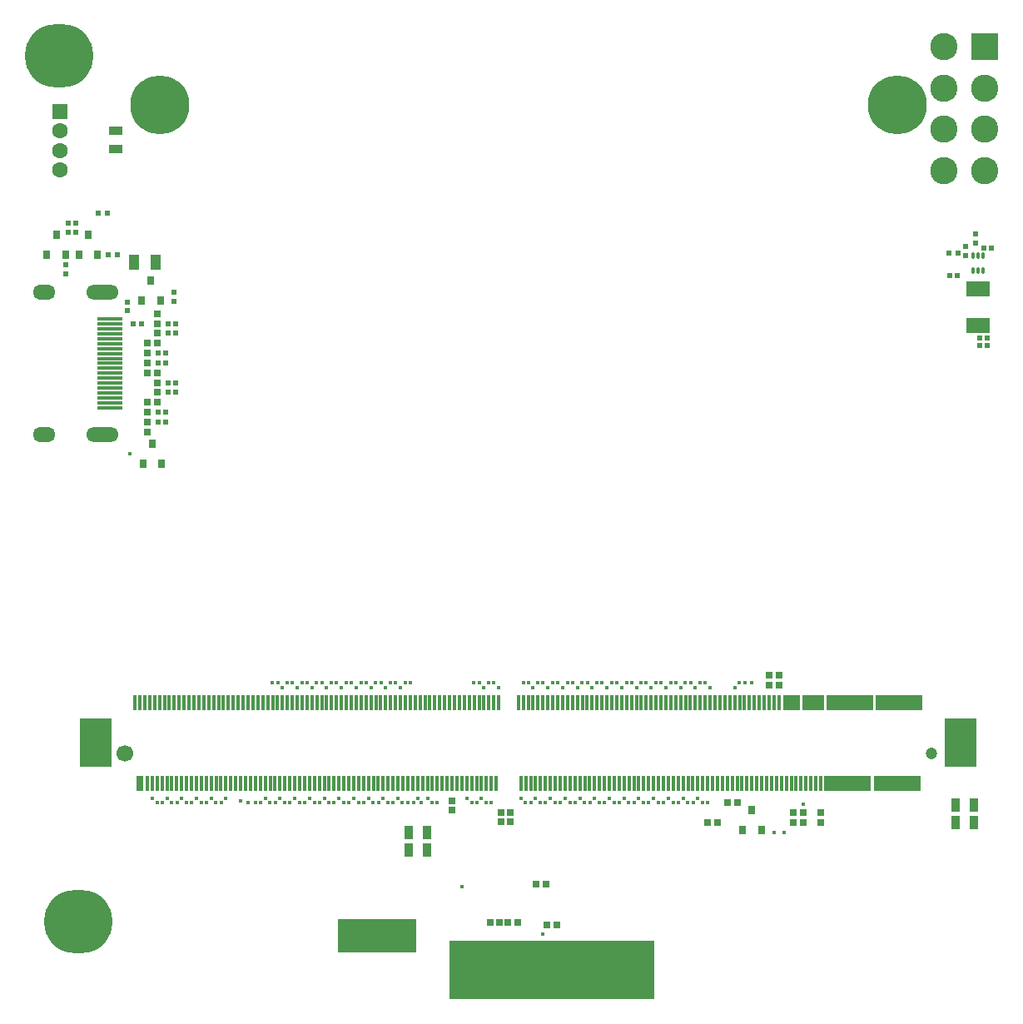
<source format=gts>
G04*
G04 #@! TF.GenerationSoftware,Altium Limited,Altium Designer,21.5.1 (32)*
G04*
G04 Layer_Color=8388736*
%FSLAX25Y25*%
%MOIN*%
G70*
G04*
G04 #@! TF.SameCoordinates,D26129CB-67A6-4236-8345-823BA6B4C65A*
G04*
G04*
G04 #@! TF.FilePolarity,Negative*
G04*
G01*
G75*
%ADD16R,0.81890X0.23524*%
%ADD17R,0.31496X0.13583*%
%ADD18C,0.01575*%
%ADD19R,0.05512X0.03740*%
%ADD20R,0.03150X0.03543*%
%ADD21R,0.09449X0.05906*%
%ADD22R,0.02047X0.02205*%
%ADD23R,0.02205X0.02047*%
G04:AMPARAMS|DCode=24|XSize=26.38mil|YSize=11.81mil|CornerRadius=1.95mil|HoleSize=0mil|Usage=FLASHONLY|Rotation=90.000|XOffset=0mil|YOffset=0mil|HoleType=Round|Shape=RoundedRectangle|*
%AMROUNDEDRECTD24*
21,1,0.02638,0.00791,0,0,90.0*
21,1,0.02248,0.01181,0,0,90.0*
1,1,0.00390,0.00396,0.01124*
1,1,0.00390,0.00396,-0.01124*
1,1,0.00390,-0.00396,-0.01124*
1,1,0.00390,-0.00396,0.01124*
%
%ADD24ROUNDEDRECTD24*%
%ADD25R,0.02254X0.02237*%
%ADD26R,0.02237X0.02254*%
%ADD27R,0.01181X0.05906*%
%ADD28R,0.18898X0.05906*%
%ADD29R,0.03150X0.05906*%
%ADD30R,0.12992X0.19685*%
%ADD31R,0.07087X0.05906*%
%ADD32R,0.09055X0.05906*%
%ADD33R,0.02631X0.02648*%
%ADD34R,0.02648X0.02631*%
%ADD35R,0.03937X0.05906*%
%ADD36R,0.02756X0.16535*%
%ADD37R,0.02756X0.12598*%
%ADD38R,0.10236X0.01181*%
%ADD39R,0.03740X0.05512*%
%ADD40C,0.04724*%
%ADD41C,0.06693*%
%ADD42R,0.06299X0.06299*%
%ADD43C,0.06299*%
%ADD44O,0.09055X0.05906*%
%ADD45O,0.12992X0.05906*%
%ADD46C,0.10925*%
%ADD47R,0.10925X0.10925*%
%ADD48O,0.27559X0.25197*%
%ADD49C,0.23622*%
%ADD50C,0.01772*%
D16*
X217126Y10778D02*
D03*
D17*
X147047Y24508D02*
D03*
D18*
X95578Y77872D02*
D03*
X167323Y79724D02*
D03*
X164961Y77756D02*
D03*
X171313D02*
D03*
X169238D02*
D03*
X155512Y79724D02*
D03*
X163386D02*
D03*
X161811Y77756D02*
D03*
X157087D02*
D03*
X159449D02*
D03*
X105262Y125787D02*
D03*
X107337D02*
D03*
X57087Y79724D02*
D03*
X92531Y78485D02*
D03*
X195866Y123819D02*
D03*
X193951Y125787D02*
D03*
X191876D02*
D03*
X189961Y123819D02*
D03*
X188045Y125787D02*
D03*
X185970D02*
D03*
X209646Y123819D02*
D03*
X207730Y125787D02*
D03*
X205656D02*
D03*
X215551Y123819D02*
D03*
X213636Y125787D02*
D03*
X211561D02*
D03*
X221457Y123819D02*
D03*
X219541Y125787D02*
D03*
X217466D02*
D03*
X227362Y123819D02*
D03*
X225447Y125787D02*
D03*
X223372D02*
D03*
X233268Y123819D02*
D03*
X231352Y125787D02*
D03*
X229278D02*
D03*
X239173Y123819D02*
D03*
X237258Y125787D02*
D03*
X235183D02*
D03*
X245079Y123819D02*
D03*
X243163Y125787D02*
D03*
X241089D02*
D03*
X250984Y123819D02*
D03*
X249069Y125787D02*
D03*
X246994D02*
D03*
X256890Y123819D02*
D03*
X254974Y125787D02*
D03*
X252900D02*
D03*
X262795Y123819D02*
D03*
X260880Y125787D02*
D03*
X258805D02*
D03*
X268701Y123819D02*
D03*
X266785Y125787D02*
D03*
X264711D02*
D03*
X274606Y123819D02*
D03*
X272691Y125787D02*
D03*
X270616D02*
D03*
X280512Y123819D02*
D03*
X278596Y125787D02*
D03*
X276522D02*
D03*
X275590Y79724D02*
D03*
X277506Y77756D02*
D03*
X279581D02*
D03*
X269685Y79724D02*
D03*
X271600Y77756D02*
D03*
X273675D02*
D03*
X263779Y79724D02*
D03*
X265695Y77756D02*
D03*
X267770D02*
D03*
X257874Y79724D02*
D03*
X259789Y77756D02*
D03*
X261864D02*
D03*
X251969Y79724D02*
D03*
X253884Y77756D02*
D03*
X255959D02*
D03*
X246063Y79724D02*
D03*
X247978Y77756D02*
D03*
X250053D02*
D03*
X240158Y79724D02*
D03*
X242073Y77756D02*
D03*
X244148D02*
D03*
X234252Y79724D02*
D03*
X236167Y77756D02*
D03*
X238242D02*
D03*
X228346Y79724D02*
D03*
X230262Y77756D02*
D03*
X232337D02*
D03*
X222441Y79724D02*
D03*
X224356Y77756D02*
D03*
X226431D02*
D03*
X216535Y79724D02*
D03*
X218451Y77756D02*
D03*
X220526D02*
D03*
X210630Y79724D02*
D03*
X212545Y77756D02*
D03*
X214620D02*
D03*
X204724Y79724D02*
D03*
X206640Y77756D02*
D03*
X208715D02*
D03*
X137795Y79724D02*
D03*
X192966Y77756D02*
D03*
X190892D02*
D03*
X188976Y79724D02*
D03*
X184986Y77756D02*
D03*
X187061D02*
D03*
X290354Y123819D02*
D03*
X292270Y125787D02*
D03*
X294344D02*
D03*
X134789D02*
D03*
X136864D02*
D03*
X140695D02*
D03*
X142770D02*
D03*
X146600D02*
D03*
X148675D02*
D03*
X152506D02*
D03*
X154581D02*
D03*
X160486D02*
D03*
X158411D02*
D03*
X130959D02*
D03*
X128884D02*
D03*
X125053D02*
D03*
X122978D02*
D03*
X119148D02*
D03*
X117073D02*
D03*
X113242D02*
D03*
X111167D02*
D03*
X151522Y77756D02*
D03*
X153596D02*
D03*
X145616D02*
D03*
X147691D02*
D03*
X139711D02*
D03*
X141785D02*
D03*
X133805D02*
D03*
X135880D02*
D03*
X129974D02*
D03*
X127900D02*
D03*
X124069D02*
D03*
X121994D02*
D03*
X118163D02*
D03*
X116089D02*
D03*
X112258D02*
D03*
X110183D02*
D03*
X106352D02*
D03*
X104278D02*
D03*
X98372D02*
D03*
X100447D02*
D03*
X59002D02*
D03*
X61077D02*
D03*
X64907D02*
D03*
X66982D02*
D03*
X70813D02*
D03*
X72888D02*
D03*
X76718D02*
D03*
X78793D02*
D03*
X84699D02*
D03*
X82624D02*
D03*
X102362Y79724D02*
D03*
X108268D02*
D03*
X114173D02*
D03*
X120079D02*
D03*
X125984D02*
D03*
X131890D02*
D03*
X297244Y125787D02*
D03*
X126969Y123819D02*
D03*
X121063D02*
D03*
X115157D02*
D03*
X109252D02*
D03*
X132874D02*
D03*
X138779D02*
D03*
X143701Y79724D02*
D03*
X149606D02*
D03*
X156496Y123819D02*
D03*
X150591D02*
D03*
X144685D02*
D03*
X213331Y25142D02*
D03*
X86614Y79724D02*
D03*
X80709D02*
D03*
X74803D02*
D03*
X68898D02*
D03*
X62992D02*
D03*
X310294Y66052D02*
D03*
X181102Y44291D02*
D03*
X317931Y77369D02*
D03*
D19*
X42520Y339472D02*
D03*
Y346756D02*
D03*
D20*
X53346Y213583D02*
D03*
X60827D02*
D03*
X57087Y221457D02*
D03*
X297244Y74803D02*
D03*
X300984Y66929D02*
D03*
X293504D02*
D03*
X18701Y305118D02*
D03*
X22441Y297244D02*
D03*
X14961D02*
D03*
X52906Y278976D02*
D03*
X60386D02*
D03*
X56646Y286850D02*
D03*
X27756Y297244D02*
D03*
X35236D02*
D03*
X31496Y305118D02*
D03*
D21*
X387795Y283465D02*
D03*
Y268898D02*
D03*
D22*
X391344Y260855D02*
D03*
Y263926D02*
D03*
X388391Y260855D02*
D03*
Y263926D02*
D03*
D23*
X379488Y288976D02*
D03*
X376417D02*
D03*
X390197Y299803D02*
D03*
X393268D02*
D03*
X62559Y230323D02*
D03*
X59488D02*
D03*
X62559Y234244D02*
D03*
X59488D02*
D03*
X66496Y246055D02*
D03*
X63425D02*
D03*
X66496Y242134D02*
D03*
X63425D02*
D03*
X62559Y257866D02*
D03*
X59488D02*
D03*
X62559Y253945D02*
D03*
X59488D02*
D03*
X66496Y269677D02*
D03*
X63425D02*
D03*
X66496Y265756D02*
D03*
X63425D02*
D03*
D24*
X385827Y296811D02*
D03*
X387795D02*
D03*
X389764D02*
D03*
Y290984D02*
D03*
X387795D02*
D03*
X385827D02*
D03*
D25*
X382874Y297039D02*
D03*
Y300599D02*
D03*
X386811Y301960D02*
D03*
Y305520D02*
D03*
X47244Y278355D02*
D03*
Y274795D02*
D03*
X65945Y278732D02*
D03*
Y282292D02*
D03*
X26575Y309851D02*
D03*
Y306291D02*
D03*
X23622Y309851D02*
D03*
Y306291D02*
D03*
X22638Y289559D02*
D03*
Y293119D02*
D03*
D26*
X379733Y297835D02*
D03*
X376173D02*
D03*
X43119Y297244D02*
D03*
X39559D02*
D03*
X52961Y269685D02*
D03*
X49401D02*
D03*
X38993Y313976D02*
D03*
X35433D02*
D03*
D27*
X308071Y117913D02*
D03*
X318898Y85630D02*
D03*
X312992D02*
D03*
X307087D02*
D03*
X306102Y117913D02*
D03*
X305118Y85630D02*
D03*
X304134Y117913D02*
D03*
X303150Y85630D02*
D03*
X302165Y117913D02*
D03*
X301181Y85630D02*
D03*
X300197Y117913D02*
D03*
X299213Y85630D02*
D03*
X298228Y117913D02*
D03*
X297244Y85630D02*
D03*
X296260Y117913D02*
D03*
X295276Y85630D02*
D03*
X294291Y117913D02*
D03*
X293307Y85630D02*
D03*
X292323Y117913D02*
D03*
X291339Y85630D02*
D03*
X290354Y117913D02*
D03*
X289370Y85630D02*
D03*
X288386Y117913D02*
D03*
X287402Y85630D02*
D03*
X286417Y117913D02*
D03*
X285433Y85630D02*
D03*
X284449Y117913D02*
D03*
X283465Y85630D02*
D03*
X282480Y117913D02*
D03*
X281496Y85630D02*
D03*
X280512Y117913D02*
D03*
X279528Y85630D02*
D03*
X278543Y117913D02*
D03*
X277559Y85630D02*
D03*
X276575Y117913D02*
D03*
X275590Y85630D02*
D03*
X274606Y117913D02*
D03*
X273622Y85630D02*
D03*
X272638Y117913D02*
D03*
X271654Y85630D02*
D03*
X270669Y117913D02*
D03*
X269685Y85630D02*
D03*
X268701Y117913D02*
D03*
X267717Y85630D02*
D03*
X266732Y117913D02*
D03*
X265748Y85630D02*
D03*
X264764Y117913D02*
D03*
X263779Y85630D02*
D03*
X262795Y117913D02*
D03*
X261811Y85630D02*
D03*
X260827Y117913D02*
D03*
X259842Y85630D02*
D03*
X258858Y117913D02*
D03*
X257874Y85630D02*
D03*
X256890Y117913D02*
D03*
X255906Y85630D02*
D03*
X254921Y117913D02*
D03*
X253937Y85630D02*
D03*
X252953Y117913D02*
D03*
X251969Y85630D02*
D03*
X250984Y117913D02*
D03*
X250000Y85630D02*
D03*
X249016Y117913D02*
D03*
X248031Y85630D02*
D03*
X247047Y117913D02*
D03*
X246063Y85630D02*
D03*
X245079Y117913D02*
D03*
X244094Y85630D02*
D03*
X243110Y117913D02*
D03*
X242126Y85630D02*
D03*
X241142Y117913D02*
D03*
X240158Y85630D02*
D03*
X239173Y117913D02*
D03*
X238189Y85630D02*
D03*
X237205Y117913D02*
D03*
X236221Y85630D02*
D03*
X235236Y117913D02*
D03*
X234252Y85630D02*
D03*
X233268Y117913D02*
D03*
X232283Y85630D02*
D03*
X231299Y117913D02*
D03*
X230315Y85630D02*
D03*
X229331Y117913D02*
D03*
X228346Y85630D02*
D03*
X227362Y117913D02*
D03*
X226378Y85630D02*
D03*
X225394Y117913D02*
D03*
X224410Y85630D02*
D03*
X223425Y117913D02*
D03*
X222441Y85630D02*
D03*
X221457Y117913D02*
D03*
X220472Y85630D02*
D03*
X219488Y117913D02*
D03*
X218504Y85630D02*
D03*
X217520Y117913D02*
D03*
X216535Y85630D02*
D03*
X215551Y117913D02*
D03*
X214567Y85630D02*
D03*
X213583Y117913D02*
D03*
X212598Y85630D02*
D03*
X211614Y117913D02*
D03*
X210630Y85630D02*
D03*
X209646Y117913D02*
D03*
X208661Y85630D02*
D03*
X207677Y117913D02*
D03*
X206693Y85630D02*
D03*
X205709Y117913D02*
D03*
X204724Y85630D02*
D03*
X203740Y117913D02*
D03*
X195866D02*
D03*
X194882Y85630D02*
D03*
X193898Y117913D02*
D03*
X192913Y85630D02*
D03*
X191929Y117913D02*
D03*
X190945Y85630D02*
D03*
X189961Y117913D02*
D03*
X188976Y85630D02*
D03*
X187992Y117913D02*
D03*
X187008Y85630D02*
D03*
X186024Y117913D02*
D03*
X185039Y85630D02*
D03*
X184055Y117913D02*
D03*
X183071Y85630D02*
D03*
X182087Y117913D02*
D03*
X181102Y85630D02*
D03*
X180118Y117913D02*
D03*
X179134Y85630D02*
D03*
X178150Y117913D02*
D03*
X177165Y85630D02*
D03*
X176181Y117913D02*
D03*
X175197Y85630D02*
D03*
X174213Y117913D02*
D03*
X173228Y85630D02*
D03*
X172244Y117913D02*
D03*
X171260Y85630D02*
D03*
X170276Y117913D02*
D03*
X169291Y85630D02*
D03*
X168307Y117913D02*
D03*
X167323Y85630D02*
D03*
X166339Y117913D02*
D03*
X165354Y85630D02*
D03*
X164370Y117913D02*
D03*
X163386Y85630D02*
D03*
X162402Y117913D02*
D03*
X161417Y85630D02*
D03*
X160433Y117913D02*
D03*
X159449Y85630D02*
D03*
X158465Y117913D02*
D03*
X157480Y85630D02*
D03*
X156496Y117913D02*
D03*
X155512Y85630D02*
D03*
X154528Y117913D02*
D03*
X153543Y85630D02*
D03*
X152559Y117913D02*
D03*
X151575Y85630D02*
D03*
X150591Y117913D02*
D03*
X149606Y85630D02*
D03*
X148622Y117913D02*
D03*
X147638Y85630D02*
D03*
X146653Y117913D02*
D03*
X145669Y85630D02*
D03*
X144685Y117913D02*
D03*
X143701Y85630D02*
D03*
X142717Y117913D02*
D03*
X141732Y85630D02*
D03*
X140748Y117913D02*
D03*
X139764Y85630D02*
D03*
X138779Y117913D02*
D03*
X137795Y85630D02*
D03*
X136811Y117913D02*
D03*
X135827Y85630D02*
D03*
X134843Y117913D02*
D03*
X133858Y85630D02*
D03*
X132874Y117913D02*
D03*
X131890Y85630D02*
D03*
X130905Y117913D02*
D03*
X129921Y85630D02*
D03*
X128937Y117913D02*
D03*
X127953Y85630D02*
D03*
X126969Y117913D02*
D03*
X125984Y85630D02*
D03*
X125000Y117913D02*
D03*
X124016Y85630D02*
D03*
X123031Y117913D02*
D03*
X122047Y85630D02*
D03*
X121063Y117913D02*
D03*
X120079Y85630D02*
D03*
X119095Y117913D02*
D03*
X118110Y85630D02*
D03*
X117126Y117913D02*
D03*
X116142Y85630D02*
D03*
X115157Y117913D02*
D03*
X114173Y85630D02*
D03*
X113189Y117913D02*
D03*
X112205Y85630D02*
D03*
X111221Y117913D02*
D03*
X110236Y85630D02*
D03*
X109252Y117913D02*
D03*
X108268Y85630D02*
D03*
X107283Y117913D02*
D03*
X106299Y85630D02*
D03*
X105315Y117913D02*
D03*
X104331Y85630D02*
D03*
X103347Y117913D02*
D03*
X102362Y85630D02*
D03*
X101378Y117913D02*
D03*
X100394Y85630D02*
D03*
X99410Y117913D02*
D03*
X98425Y85630D02*
D03*
X97441Y117913D02*
D03*
X96457Y85630D02*
D03*
X95472Y117913D02*
D03*
X94488Y85630D02*
D03*
X93504Y117913D02*
D03*
X92520Y85630D02*
D03*
X91535Y117913D02*
D03*
X90551Y85630D02*
D03*
X89567Y117913D02*
D03*
X88583Y85630D02*
D03*
X87598Y117913D02*
D03*
X86614Y85630D02*
D03*
X85630Y117913D02*
D03*
X84646Y85630D02*
D03*
X83661Y117913D02*
D03*
X82677Y85630D02*
D03*
X81693Y117913D02*
D03*
X80709Y85630D02*
D03*
X79724Y117913D02*
D03*
X78740Y85630D02*
D03*
X76772D02*
D03*
X75787Y117913D02*
D03*
X74803Y85630D02*
D03*
X73819Y117913D02*
D03*
X72835Y85630D02*
D03*
X71850Y117913D02*
D03*
X70866Y85630D02*
D03*
X69882Y117913D02*
D03*
X68898Y85630D02*
D03*
X67913Y117913D02*
D03*
X66929Y85630D02*
D03*
X65945Y117913D02*
D03*
X64961Y85630D02*
D03*
X63976Y117913D02*
D03*
X62992Y85630D02*
D03*
X62008Y117913D02*
D03*
X61024Y85630D02*
D03*
X60039Y117913D02*
D03*
X59055Y85630D02*
D03*
X58071Y117913D02*
D03*
X57087Y85630D02*
D03*
X56102Y117913D02*
D03*
X55118Y85630D02*
D03*
X54134Y117913D02*
D03*
X52165D02*
D03*
X50197D02*
D03*
X314961Y85630D02*
D03*
X316929D02*
D03*
X324803D02*
D03*
X320866D02*
D03*
X322835D02*
D03*
X311024D02*
D03*
X309055D02*
D03*
X77756Y117913D02*
D03*
D28*
X336614D02*
D03*
X356299D02*
D03*
X335630Y85630D02*
D03*
X355315D02*
D03*
D29*
X52165D02*
D03*
D30*
X34646Y101772D02*
D03*
X380709D02*
D03*
D31*
X312992Y117913D02*
D03*
D32*
X321850D02*
D03*
D33*
X214879Y45276D02*
D03*
X210925D02*
D03*
X291347Y77756D02*
D03*
X287393D02*
D03*
X196271Y29933D02*
D03*
X192317D02*
D03*
X215149Y28893D02*
D03*
X219103D02*
D03*
X199461Y29933D02*
D03*
X203415D02*
D03*
X279519Y69882D02*
D03*
X283473D02*
D03*
D34*
X324803Y73827D02*
D03*
Y69873D02*
D03*
X177165Y78740D02*
D03*
Y74786D02*
D03*
X55118Y226370D02*
D03*
Y230323D02*
D03*
Y238197D02*
D03*
Y234243D02*
D03*
X59055Y250009D02*
D03*
Y246055D02*
D03*
Y238180D02*
D03*
Y242134D02*
D03*
X59055Y261803D02*
D03*
Y265757D02*
D03*
Y273630D02*
D03*
Y269677D02*
D03*
X55118Y261820D02*
D03*
Y257866D02*
D03*
Y249991D02*
D03*
Y253945D02*
D03*
X317913Y73827D02*
D03*
Y69873D02*
D03*
X313976D02*
D03*
Y73827D02*
D03*
X308071Y124992D02*
D03*
Y128946D02*
D03*
X304134Y124992D02*
D03*
Y128946D02*
D03*
X196722Y70110D02*
D03*
Y74063D02*
D03*
X200404Y70110D02*
D03*
Y74064D02*
D03*
D35*
X58465Y294291D02*
D03*
X49803D02*
D03*
D36*
X191535Y13780D02*
D03*
X230906D02*
D03*
X179724D02*
D03*
X183661D02*
D03*
X211221D02*
D03*
X199409D02*
D03*
X187598D02*
D03*
X207283D02*
D03*
X195472D02*
D03*
X203346D02*
D03*
X215158D02*
D03*
X219094D02*
D03*
X234842D02*
D03*
X254528D02*
D03*
X238779D02*
D03*
X246654D02*
D03*
X242717D02*
D03*
D37*
X250590Y15748D02*
D03*
D38*
X40295Y271472D02*
D03*
Y269504D02*
D03*
Y267535D02*
D03*
Y265567D02*
D03*
Y263598D02*
D03*
Y261630D02*
D03*
Y259661D02*
D03*
Y257693D02*
D03*
Y255724D02*
D03*
Y236039D02*
D03*
Y238008D02*
D03*
Y239976D02*
D03*
Y241945D02*
D03*
Y243913D02*
D03*
Y245882D02*
D03*
Y247850D02*
D03*
Y249819D02*
D03*
Y251787D02*
D03*
Y253756D02*
D03*
D39*
X378937Y69882D02*
D03*
X386221D02*
D03*
X167240Y65764D02*
D03*
X159957D02*
D03*
X167240Y58874D02*
D03*
X159957D02*
D03*
X386221Y76772D02*
D03*
X378937D02*
D03*
D40*
X369094Y97441D02*
D03*
D41*
X46260D02*
D03*
D42*
X20079Y354724D02*
D03*
D43*
Y346850D02*
D03*
Y338976D02*
D03*
Y331102D02*
D03*
D44*
X13839Y282299D02*
D03*
Y225213D02*
D03*
D45*
X37303Y282299D02*
D03*
Y225213D02*
D03*
D46*
X374096Y380497D02*
D03*
Y363961D02*
D03*
X390631D02*
D03*
Y347426D02*
D03*
Y330890D02*
D03*
X374096Y347426D02*
D03*
Y330890D02*
D03*
D47*
X390631Y380497D02*
D03*
D48*
X19685Y376969D02*
D03*
X27559Y30311D02*
D03*
D49*
X355315Y357283D02*
D03*
X60039D02*
D03*
D50*
X48228Y217520D02*
D03*
X306102Y65945D02*
D03*
X183071Y79724D02*
D03*
M02*

</source>
